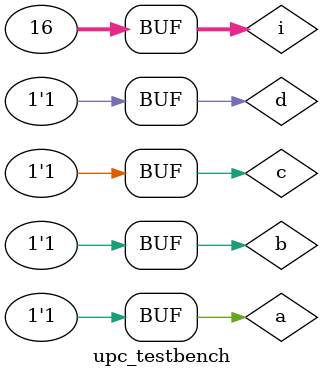
<source format=sv>
module upc(stln, dscnt, u,p,c,m);	
	output logic stln, dscnt; 	
	input  logic u,p,c,m;
	
	//Stolen Logic
	assign dscnt = p | (u & c); 
	//Discount Logic
	assign stln = ~(p | ( (~u & c) | m) ); 

endmodule		
		
module upc_testbench();		
	logic  a,b,c,d; 		
	logic  x,y;	
			
	upc dut (.stln(x), .dscnt(y), .u(a),.p(b),.c(c),.m(d)); 		
		
	integer i; 	
	initial begin	
		for(i=0; i<16; i++) begin	
			{a,b,c,d} = i; #10; 	
		end	
	end	
endmodule	
</source>
